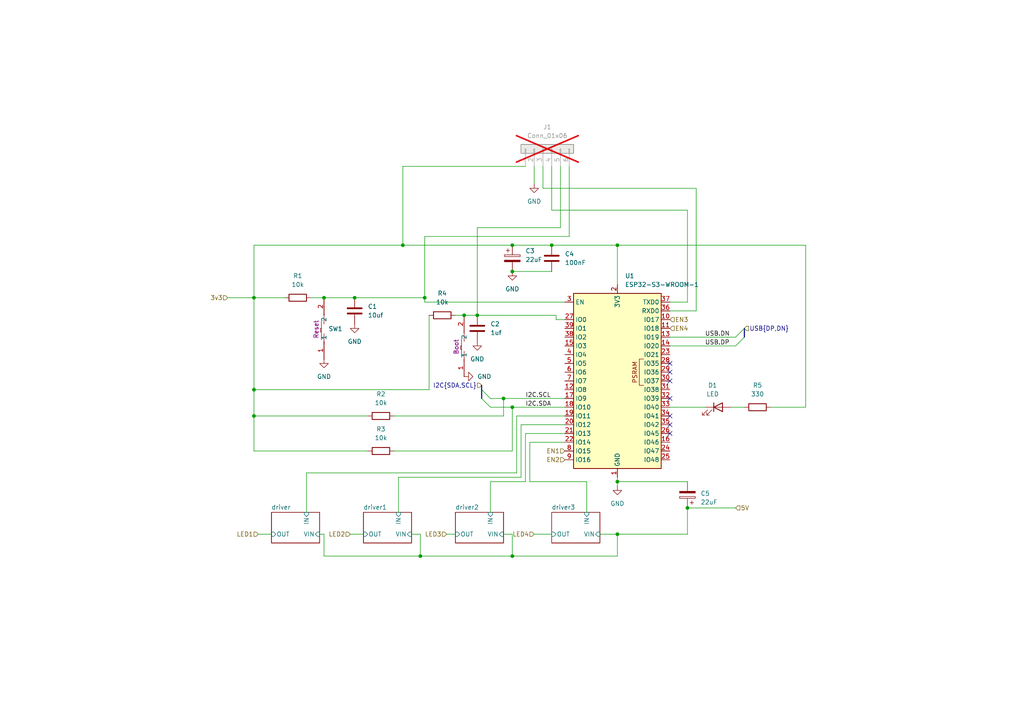
<source format=kicad_sch>
(kicad_sch (version 20250114) (generator "eeschema") (generator_version "9.0")
  (paper "A4")
  (lib_symbols
    (symbol "B3U-1000P_1"
      (property "Reference" "SW" (at -0.508 5.08 0))
      (property "Label" "Button" (at -0.254 2.286 0))
      (symbol "B3U-1000P_1_0_1"
        (polyline (pts (xy -4.57 0) (xy -1.52 0)))
        (polyline (pts (xy -3.3 0.76) (xy 2.03 0.76)))
        (polyline (pts (xy -1.02 0.76) (xy -1.02 1.02) (xy 0 1.02) (xy 0 0.76)))
        (polyline (pts (xy 1.27 0) (xy 4.32 0)))
        (pin unspecified line (at -8.89 0 0) (length 5.08) (name "1") (number "1"))
        (pin unspecified line (at 8.89 0 180) (length 5.08) (name "2") (number "2"))
      )
    )
    (symbol "Connector_Generic:Conn_01x06" (pin_names (offset 1.016) (hide yes))
      (property "Reference" "J" (at 0 7.62 0))
      (property "Value" "Conn_01x06" (at 0 -10.16 0))
      (symbol "Conn_01x06_1_1"
        (rectangle (start -1.27 6.35) (end 1.27 -8.89) (stroke (width 0.254)) (fill (type background)))
        (rectangle (start -1.27 5.207) (end 0 4.953) (stroke (width 0.1524)))
        (rectangle (start -1.27 2.667) (end 0 2.413) (stroke (width 0.1524)))
        (rectangle (start -1.27 0.127) (end 0 -0.127) (stroke (width 0.1524)))
        (rectangle (start -1.27 -2.413) (end 0 -2.667) (stroke (width 0.1524)))
        (rectangle (start -1.27 -4.953) (end 0 -5.207) (stroke (width 0.1524)))
        (rectangle (start -1.27 -7.493) (end 0 -7.747) (stroke (width 0.1524)))
        (pin passive line (at -5.08 5.08 0) (length 3.81) (name "Pin_1") (number "1"))
        (pin passive line (at -5.08 2.54 0) (length 3.81) (name "Pin_2") (number "2"))
        (pin passive line (at -5.08 0 0) (length 3.81) (name "Pin_3") (number "3"))
        (pin passive line (at -5.08 -2.54 0) (length 3.81) (name "Pin_4") (number "4"))
        (pin passive line (at -5.08 -5.08 0) (length 3.81) (name "Pin_5") (number "5"))
        (pin passive line (at -5.08 -7.62 0) (length 3.81) (name "Pin_6") (number "6"))
      )
    )
    (symbol "Device:C" (pin_numbers (hide yes)) (pin_names (offset 0.254))
      (property "Reference" "C" (at 0.635 2.54 0))
      (property "Value" "C" (at 0.635 -2.54 0))
      (symbol "C_0_1"
        (polyline (pts (xy -2.032 0.762) (xy 2.032 0.762)) (stroke (width 0.508)))
        (polyline (pts (xy -2.032 -0.762) (xy 2.032 -0.762)) (stroke (width 0.508)))
      )
      (symbol "C_1_1"
        (pin passive line (at 0 3.81 270) (length 2.794) (name "~") (number "1"))
        (pin passive line (at 0 -3.81 90) (length 2.794) (name "~") (number "2"))
      )
    )
    (symbol "Device:C_Polarized" (pin_numbers (hide yes)) (pin_names (offset 0.254))
      (property "Reference" "C" (at 0.635 2.54 0))
      (property "Value" "C_Polarized" (at 0.635 -2.54 0))
      (symbol "C_Polarized_0_1"
        (rectangle (start -2.286 0.508) (end 2.286 1.016))
        (polyline (pts (xy -1.778 2.286) (xy -0.762 2.286)))
        (polyline (pts (xy -1.27 2.794) (xy -1.27 1.778)))
        (rectangle (start 2.286 -0.508) (end -2.286 -1.016) (fill (type outline)))
      )
      (symbol "C_Polarized_1_1"
        (pin passive line (at 0 3.81 270) (length 2.794) (name "~") (number "1"))
        (pin passive line (at 0 -3.81 90) (length 2.794) (name "~") (number "2"))
      )
    )
    (symbol "Device:LED" (pin_numbers (hide yes)) (pin_names (offset 1.016) (hide yes))
      (property "Reference" "D" (at 0 2.54 0))
      (property "Value" "LED" (at 0 -2.54 0))
      (symbol "LED_0_1"
        (polyline (pts (xy -3.048 -0.762) (xy -4.572 -2.286) (xy -3.81 -2.286) (xy -4.572 -2.286) (xy -4.572 -1.524)))
        (polyline (pts (xy -1.778 -0.762) (xy -3.302 -2.286) (xy -2.54 -2.286) (xy -3.302 -2.286) (xy -3.302 -1.524)))
        (polyline (pts (xy -1.27 0) (xy 1.27 0)))
        (polyline (pts (xy -1.27 -1.27) (xy -1.27 1.27)) (stroke (width 0.254)))
        (polyline (pts (xy 1.27 -1.27) (xy 1.27 1.27) (xy -1.27 0) (xy 1.27 -1.27)) (stroke (width 0.254)))
      )
      (symbol "LED_1_1"
        (pin passive line (at -3.81 0 0) (length 2.54) (name "K") (number "1"))
        (pin passive line (at 3.81 0 180) (length 2.54) (name "A") (number "2"))
      )
    )
    (symbol "Device:R" (pin_numbers (hide yes)) (pin_names (offset 0))
      (property "Reference" "R" (at 2.032 0 90))
      (property "Value" "R" (at 0 0 90))
      (symbol "R_0_1"
        (rectangle (start -1.016 -2.54) (end 1.016 2.54) (stroke (width 0.254)))
      )
      (symbol "R_1_1"
        (pin passive line (at 0 3.81 270) (length 1.27) (name "~") (number "1"))
        (pin passive line (at 0 -3.81 90) (length 1.27) (name "~") (number "2"))
      )
    )
    (symbol "RF_Module:ESP32-S3-WROOM-1"
      (property "Reference" "U" (at -12.7 26.67 0))
      (property "Value" "ESP32-S3-WROOM-1" (at 12.7 26.67 0))
      (symbol "ESP32-S3-WROOM-1_0_0"
        (rectangle (start -12.7 25.4) (end 12.7 -25.4) (stroke (width 0.254)) (fill (type background)))
        (text "PSRAM" (at 5.08 2.54 900) (effects (font (size 1.27 1.27))))
      )
      (symbol "ESP32-S3-WROOM-1_0_1"
        (polyline (pts (xy 7.62 -1.27) (xy 6.35 -1.27) (xy 6.35 6.35) (xy 7.62 6.35)))
      )
      (symbol "ESP32-S3-WROOM-1_1_1"
        (pin input line (at -15.24 22.86 0) (length 2.54) (name "EN") (number "3"))
        (pin bidirectional line (at -15.24 17.78 0) (length 2.54) (name "IO0") (number "27"))
        (pin bidirectional line (at -15.24 15.24 0) (length 2.54) (name "IO1") (number "39"))
        (pin bidirectional line (at -15.24 12.7 0) (length 2.54) (name "IO2") (number "38"))
        (pin bidirectional line (at -15.24 10.16 0) (length 2.54) (name "IO3") (number "15"))
        (pin bidirectional line (at -15.24 7.62 0) (length 2.54) (name "IO4") (number "4"))
        (pin bidirectional line (at -15.24 5.08 0) (length 2.54) (name "IO5") (number "5"))
        (pin bidirectional line (at -15.24 2.54 0) (length 2.54) (name "IO6") (number "6"))
        (pin bidirectional line (at -15.24 0 0) (length 2.54) (name "IO7") (number "7"))
        (pin bidirectional line (at -15.24 -2.54 0) (length 2.54) (name "IO8") (number "12"))
        (pin bidirectional line (at -15.24 -5.08 0) (length 2.54) (name "IO9") (number "17"))
        (pin bidirectional line (at -15.24 -7.62 0) (length 2.54) (name "IO10") (number "18"))
        (pin bidirectional line (at -15.24 -10.16 0) (length 2.54) (name "IO11") (number "19"))
        (pin bidirectional line (at -15.24 -12.7 0) (length 2.54) (name "IO12") (number "20"))
        (pin bidirectional line (at -15.24 -15.24 0) (length 2.54) (name "IO13") (number "21"))
        (pin bidirectional line (at -15.24 -17.78 0) (length 2.54) (name "IO14") (number "22"))
        (pin bidirectional line (at -15.24 -20.32 0) (length 2.54) (name "IO15") (number "8"))
        (pin bidirectional line (at -15.24 -22.86 0) (length 2.54) (name "IO16") (number "9"))
        (pin power_in line (at 0 27.94 270) (length 2.54) (name "3V3") (number "2"))
        (pin power_in line (at 0 -27.94 90) (length 2.54) (name "GND") (number "1"))
        (pin passive line (at 0 -27.94 90) (length 2.54) (hide yes) (name "GND") (number "40"))
        (pin passive line (at 0 -27.94 90) (length 2.54) (hide yes) (name "GND") (number "41"))
        (pin bidirectional line (at 15.24 22.86 180) (length 2.54) (name "TXD0") (number "37"))
        (pin bidirectional line (at 15.24 20.32 180) (length 2.54) (name "RXD0") (number "36"))
        (pin bidirectional line (at 15.24 17.78 180) (length 2.54) (name "IO17") (number "10"))
        (pin bidirectional line (at 15.24 15.24 180) (length 2.54) (name "IO18") (number "11"))
        (pin bidirectional line (at 15.24 12.7 180) (length 2.54) (name "IO19") (number "13"))
        (pin bidirectional line (at 15.24 10.16 180) (length 2.54) (name "IO20") (number "14"))
        (pin bidirectional line (at 15.24 7.62 180) (length 2.54) (name "IO21") (number "23"))
        (pin bidirectional line (at 15.24 5.08 180) (length 2.54) (name "IO35") (number "28"))
        (pin bidirectional line (at 15.24 2.54 180) (length 2.54) (name "IO36") (number "29"))
        (pin bidirectional line (at 15.24 0 180) (length 2.54) (name "IO37") (number "30"))
        (pin bidirectional line (at 15.24 -2.54 180) (length 2.54) (name "IO38") (number "31"))
        (pin bidirectional line (at 15.24 -5.08 180) (length 2.54) (name "IO39") (number "32"))
        (pin bidirectional line (at 15.24 -7.62 180) (length 2.54) (name "IO40") (number "33"))
        (pin bidirectional line (at 15.24 -10.16 180) (length 2.54) (name "IO41") (number "34"))
        (pin bidirectional line (at 15.24 -12.7 180) (length 2.54) (name "IO42") (number "35"))
        (pin bidirectional line (at 15.24 -15.24 180) (length 2.54) (name "IO45") (number "26"))
        (pin bidirectional line (at 15.24 -17.78 180) (length 2.54) (name "IO46") (number "16"))
        (pin bidirectional line (at 15.24 -20.32 180) (length 2.54) (name "IO47") (number "24"))
        (pin bidirectional line (at 15.24 -22.86 180) (length 2.54) (name "IO48") (number "25"))
      )
    )
    (symbol "easyeda2kicad:B3U-1000P"
      (property "Reference" "SW" (at -0.508 5.08 0))
      (property "Label" "Button" (at -0.254 2.286 0))
      (symbol "B3U-1000P_0_1"
        (polyline (pts (xy -4.57 0) (xy -1.52 0)))
        (polyline (pts (xy -3.3 0.76) (xy 2.03 0.76)))
        (polyline (pts (xy -1.02 0.76) (xy -1.02 1.02) (xy 0 1.02) (xy 0 0.76)))
        (polyline (pts (xy 1.27 0) (xy 4.32 0)))
        (pin unspecified line (at -8.89 0 0) (length 5.08) (name "1") (number "1"))
        (pin unspecified line (at 8.89 0 180) (length 5.08) (name "2") (number "2"))
      )
    )
    (symbol "power:GND" (power) (pin_numbers (hide yes)) (pin_names (offset 0) (hide yes))
      (property "Value" "GND" (at 0 -3.81 0))
      (symbol "GND_0_1"
        (polyline (pts (xy 0 0) (xy 0 -1.27) (xy 1.27 -1.27) (xy 0 -2.54) (xy -1.27 -1.27) (xy 0 -1.27)))
      )
      (symbol "GND_1_1"
        (pin power_in line (at 0 0 270) (length 0) (name "~") (number "1"))
      )
    )
  )
  (junction (at 148.59 161.29))
  (junction (at 179.07 139.7))
  (junction (at 148.59 78.74))
  (junction (at 148.59 71.12))
  (junction (at 73.66 86.36))
  (junction (at 121.92 161.29))
  (junction (at 102.87 86.36))
  (junction (at 199.39 147.32))
  (junction (at 160.02 71.12))
  (junction (at 116.84 71.12))
  (junction (at 123.19 86.36))
  (junction (at 138.43 91.44))
  (junction (at 179.07 71.12))
  (junction (at 179.07 154.94))
  (junction (at 148.59 118.11))
  (junction (at 73.66 120.65))
  (junction (at 73.66 113.03))
  (junction (at 134.62 91.44))
  (junction (at 146.05 115.57))
  (junction (at 93.98 86.36))
  (no_connect (at 194.31 107.95))
  (no_connect (at 194.31 125.73))
  (no_connect (at 194.31 120.65))
  (no_connect (at 194.31 115.57))
  (no_connect (at 194.31 123.19))
  (no_connect (at 194.31 110.49))
  (no_connect (at 194.31 105.41))
  (bus_entry (at 215.9 97.79) (size -2.54 2.54))
  (bus_entry (at 139.7 115.57) (size 2.54 2.54))
  (bus_entry (at 215.9 95.25) (size -2.54 2.54))
  (bus_entry (at 139.7 113.03) (size 2.54 2.54))
  (wire (pts (xy 179.07 154.94) (xy 173.99 154.94)))
  (wire (pts (xy 179.07 71.12) (xy 179.07 82.55)))
  (wire (pts (xy 162.56 48.26) (xy 162.56 66.04)))
  (wire (pts (xy 212.09 118.11) (xy 215.9 118.11)))
  (wire (pts (xy 93.98 86.36) (xy 102.87 86.36)))
  (wire (pts (xy 160.02 48.26) (xy 160.02 60.96)))
  (wire (pts (xy 114.3 120.65) (xy 146.05 120.65)))
  (wire (pts (xy 162.56 66.04) (xy 138.43 66.04)))
  (wire (pts (xy 148.59 78.74) (xy 160.02 78.74)))
  (wire (pts (xy 199.39 147.32) (xy 199.39 154.94)))
  (wire (pts (xy 115.57 138.43) (xy 115.57 148.59)))
  (wire (pts (xy 148.59 154.94) (xy 148.59 161.29)))
  (wire (pts (xy 165.1 68.58) (xy 123.19 68.58)))
  (wire (pts (xy 149.86 137.16) (xy 88.9 137.16)))
  (wire (pts (xy 199.39 139.7) (xy 179.07 139.7)))
  (wire (pts (xy 161.29 92.71) (xy 161.29 91.44)))
  (wire (pts (xy 154.94 48.26) (xy 154.94 53.34)))
  (wire (pts (xy 116.84 48.26) (xy 116.84 71.12)))
  (wire (pts (xy 157.48 48.26) (xy 157.48 54.61)))
  (wire (pts (xy 73.66 113.03) (xy 73.66 86.36)))
  (wire (pts (xy 153.67 128.27) (xy 153.67 139.7)))
  (wire (pts (xy 142.24 118.11) (xy 148.59 118.11)))
  (wire (pts (xy 160.02 60.96) (xy 199.39 60.96)))
  (wire (pts (xy 73.66 130.81) (xy 73.66 120.65)))
  (wire (pts (xy 73.66 86.36) (xy 82.55 86.36)))
  (wire (pts (xy 121.92 161.29) (xy 148.59 161.29)))
  (wire (pts (xy 102.87 86.36) (xy 123.19 86.36)))
  (wire (pts (xy 154.94 154.94) (xy 160.02 154.94)))
  (wire (pts (xy 132.08 91.44) (xy 134.62 91.44)))
  (wire (pts (xy 106.68 130.81) (xy 73.66 130.81)))
  (wire (pts (xy 163.83 120.65) (xy 149.86 120.65)))
  (wire (pts (xy 157.48 54.61) (xy 201.93 54.61)))
  (wire (pts (xy 194.31 97.79) (xy 213.36 97.79)))
  (wire (pts (xy 163.83 123.19) (xy 151.13 123.19)))
  (wire (pts (xy 123.19 87.63) (xy 163.83 87.63)))
  (wire (pts (xy 213.36 147.32) (xy 199.39 147.32)))
  (wire (pts (xy 123.19 68.58) (xy 123.19 86.36)))
  (wire (pts (xy 74.93 154.94) (xy 78.74 154.94)))
  (wire (pts (xy 124.46 91.44) (xy 124.46 113.03)))
  (wire (pts (xy 116.84 71.12) (xy 148.59 71.12)))
  (wire (pts (xy 88.9 137.16) (xy 88.9 148.59)))
  (wire (pts (xy 233.68 71.12) (xy 179.07 71.12)))
  (wire (pts (xy 148.59 118.11) (xy 148.59 130.81)))
  (wire (pts (xy 142.24 139.7) (xy 142.24 148.59)))
  (wire (pts (xy 66.04 86.36) (xy 73.66 86.36)))
  (wire (pts (xy 199.39 87.63) (xy 194.31 87.63)))
  (wire (pts (xy 93.98 154.94) (xy 93.98 161.29)))
  (wire (pts (xy 146.05 115.57) (xy 163.83 115.57)))
  (wire (pts (xy 121.92 154.94) (xy 121.92 161.29)))
  (wire (pts (xy 73.66 71.12) (xy 116.84 71.12)))
  (wire (pts (xy 148.59 118.11) (xy 163.83 118.11)))
  (wire (pts (xy 146.05 115.57) (xy 146.05 120.65)))
  (wire (pts (xy 163.83 125.73) (xy 152.4 125.73)))
  (wire (pts (xy 101.6 154.94) (xy 105.41 154.94)))
  (wire (pts (xy 134.62 91.44) (xy 138.43 91.44)))
  (wire (pts (xy 163.83 128.27) (xy 153.67 128.27)))
  (wire (pts (xy 106.68 120.65) (xy 73.66 120.65)))
  (wire (pts (xy 93.98 161.29) (xy 121.92 161.29)))
  (wire (pts (xy 152.4 139.7) (xy 142.24 139.7)))
  (wire (pts (xy 194.31 118.11) (xy 204.47 118.11)))
  (wire (pts (xy 179.07 139.7) (xy 179.07 140.97)))
  (wire (pts (xy 73.66 71.12) (xy 73.66 86.36)))
  (wire (pts (xy 114.3 130.81) (xy 148.59 130.81)))
  (wire (pts (xy 151.13 138.43) (xy 115.57 138.43)))
  (wire (pts (xy 179.07 161.29) (xy 179.07 154.94)))
  (wire (pts (xy 161.29 92.71) (xy 163.83 92.71)))
  (wire (pts (xy 129.54 154.94) (xy 132.08 154.94)))
  (wire (pts (xy 160.02 71.12) (xy 179.07 71.12)))
  (wire (pts (xy 233.68 118.11) (xy 233.68 71.12)))
  (wire (pts (xy 165.1 48.26) (xy 165.1 68.58)))
  (wire (pts (xy 201.93 90.17) (xy 194.31 90.17)))
  (wire (pts (xy 152.4 125.73) (xy 152.4 139.7)))
  (wire (pts (xy 223.52 118.11) (xy 233.68 118.11)))
  (wire (pts (xy 151.13 123.19) (xy 151.13 138.43)))
  (wire (pts (xy 73.66 120.65) (xy 73.66 113.03)))
  (wire (pts (xy 146.05 154.94) (xy 148.59 154.94)))
  (wire (pts (xy 148.59 161.29) (xy 179.07 161.29)))
  (wire (pts (xy 124.46 113.03) (xy 73.66 113.03)))
  (wire (pts (xy 161.29 91.44) (xy 138.43 91.44)))
  (wire (pts (xy 92.71 154.94) (xy 93.98 154.94)))
  (wire (pts (xy 123.19 87.63) (xy 123.19 86.36)))
  (wire (pts (xy 179.07 138.43) (xy 179.07 139.7)))
  (bus (pts (xy 215.9 95.25) (xy 215.9 97.79)))
  (wire (pts (xy 142.24 115.57) (xy 146.05 115.57)))
  (bus (pts (xy 139.7 111.76) (xy 139.7 113.03)))
  (wire (pts (xy 199.39 154.94) (xy 179.07 154.94)))
  (wire (pts (xy 194.31 100.33) (xy 213.36 100.33)))
  (wire (pts (xy 199.39 60.96) (xy 199.39 87.63)))
  (wire (pts (xy 153.67 139.7) (xy 170.18 139.7)))
  (wire (pts (xy 119.38 154.94) (xy 121.92 154.94)))
  (wire (pts (xy 138.43 66.04) (xy 138.43 91.44)))
  (wire (pts (xy 90.17 86.36) (xy 93.98 86.36)))
  (wire (pts (xy 152.4 48.26) (xy 116.84 48.26)))
  (bus (pts (xy 139.7 113.03) (xy 139.7 115.57)))
  (wire (pts (xy 170.18 139.7) (xy 170.18 148.59)))
  (wire (pts (xy 201.93 54.61) (xy 201.93 90.17)))
  (wire (pts (xy 149.86 120.65) (xy 149.86 137.16)))
  (wire (pts (xy 148.59 71.12) (xy 160.02 71.12)))
  (label "USB.DP" (at 204.47 100.33 0))
  (label "I2C.SDA" (at 152.4 118.11 0))
  (label "USB.DN" (at 204.47 97.79 0))
  (label "I2C.SCL" (at 152.4 115.57 0))
  (hierarchical_label "LED3" (shape input) (at 129.54 154.94 180))
  (hierarchical_label "LED2" (shape input) (at 101.6 154.94 180))
  (hierarchical_label "LED4" (shape input) (at 154.94 154.94 180))
  (hierarchical_label "EN1" (shape input) (at 163.83 130.81 180))
  (hierarchical_label "LED1" (shape input) (at 74.93 154.94 180))
  (hierarchical_label "I2C{SDA,SCL}" (shape input) (at 139.7 111.76 180))
  (hierarchical_label "5V" (shape input) (at 213.36 147.32 0))
  (hierarchical_label "3v3" (shape input) (at 66.04 86.36 180))
  (hierarchical_label "USB{DP,DN}" (shape input) (at 215.9 95.25 0))
  (hierarchical_label "EN4" (shape input) (at 194.31 95.25 0))
  (hierarchical_label "EN3" (shape input) (at 194.31 92.71 0))
  (hierarchical_label "EN2" (shape input) (at 163.83 133.35 180))
  (symbol (lib_id "easyeda2kicad:B3U-1000P") (at 134.62 100.33 90) (unit 1)
    (property "Reference" "SW2" (effects (hide yes)))
    (property "Value" "KEY-SMD_B3U-1000PM" (effects (hide yes)))
    (property "Footprint" "easyeda2kicad:KEY-SMD_B3U-1000PM" (effects (hide yes)))
    (property "Datasheet" "https://lcsc.com/product-detail/Others_Omron-Electronics_B3U-1000P_Omron-Electronics-B3U-1000P_C231329.html" (effects (hide yes)))
    (property "Description" "Boot" (effects (hide yes)))
    (property "LCSC Part" "C231329" (effects (hide yes)))
    (property "Label" "Boot" (at 132.334 100.584 0))
  )
  (symbol (lib_id "Device:R") (at 110.49 120.65 90) (unit 1)
    (property "Reference" "R2" (at 110.49 114.3 90))
    (property "Value" "10k" (at 110.49 116.84 90))
    (property "Footprint" "Resistor_SMD:R_0603_1608Metric" (effects (hide yes)))
    (property "Description" "Resistor" (effects (hide yes)))
  )
  (symbol (lib_id "power:GND") (at 179.07 140.97 0) (unit 1)
    (property "Reference" "#PWR011" (effects (hide yes)))
    (property "Value" "GND" (at 179.07 146.05 0))
    (property "Description" "Power symbol creates a global label with name \"GND\" , ground" (effects (hide yes)))
  )
  (symbol (lib_id "power:GND") (at 93.98 104.14 0) (unit 1)
    (property "Reference" "#PWR05" (effects (hide yes)))
    (property "Value" "GND" (at 93.98 109.22 0))
    (property "Description" "Power symbol creates a global label with name \"GND\" , ground" (effects (hide yes)))
  )
  (symbol (lib_id "power:GND") (at 138.43 99.06 0) (unit 1)
    (property "Reference" "#PWR08" (effects (hide yes)))
    (property "Value" "GND" (at 138.43 104.14 0))
    (property "Description" "Power symbol creates a global label with name \"GND\" , ground" (effects (hide yes)))
  )
  (symbol (lib_id "Device:C") (at 160.02 74.93 0) (unit 1)
    (property "Reference" "C4" (at 163.83 73.6599 0) (effects (justify left)))
    (property "Value" "100nF" (at 163.83 76.1999 0) (effects (justify left)))
    (property "Footprint" "Capacitor_SMD:C_0603_1608Metric" (effects (hide yes)))
    (property "Description" "Unpolarized capacitor" (effects (hide yes)))
  )
  (symbol (lib_id "power:GND") (at 134.62 109.22 90) (unit 1)
    (property "Reference" "#PWR07" (effects (hide yes)))
    (property "Value" "GND" (at 138.43 109.2199 90) (effects (justify right)))
    (property "Description" "Power symbol creates a global label with name \"GND\" , ground" (effects (hide yes)))
  )
  (symbol (lib_id "power:GND") (at 154.94 53.34 0) (unit 1)
    (property "Reference" "#PWR010" (effects (hide yes)))
    (property "Value" "GND" (at 154.94 58.42 0))
    (property "Description" "Power symbol creates a global label with name \"GND\" , ground" (effects (hide yes)))
  )
  (symbol (lib_id "Device:R") (at 110.49 130.81 90) (unit 1)
    (property "Reference" "R3" (at 110.49 124.46 90))
    (property "Value" "10k" (at 110.49 127 90))
    (property "Footprint" "Resistor_SMD:R_0603_1608Metric" (effects (hide yes)))
    (property "Description" "Resistor" (effects (hide yes)))
  )
  (symbol (lib_id "power:GND") (at 102.87 93.98 0) (unit 1)
    (property "Reference" "#PWR06" (effects (hide yes)))
    (property "Value" "GND" (at 102.87 99.06 0))
    (property "Description" "Power symbol creates a global label with name \"GND\" , ground" (effects (hide yes)))
  )
  (symbol (lib_id "RF_Module:ESP32-S3-WROOM-1") (at 179.07 110.49 0) (unit 1)
    (property "Reference" "U1" (at 181.2641 80.01 0) (effects (justify left)))
    (property "Value" "ESP32-S3-WROOM-1" (at 181.2641 82.55 0) (effects (justify left)))
    (property "Footprint" "RF_Module:ESP32-S3-WROOM-1" (effects (hide yes)))
    (property "Datasheet" "https://www.espressif.com/sites/default/files/documentation/esp32-s3-wroom-1_wroom-1u_datasheet_en.pdf" (effects (hide yes)))
    (property "Description" "RF Module, ESP32-S3 SoC, Wi-Fi 802.11b/g/n, Bluetooth, BLE, 32-bit, 3.3V, onboard antenna, SMD" (effects (hide yes)))
  )
  (symbol (lib_id "power:GND") (at 148.59 78.74 0) (unit 1)
    (property "Reference" "#PWR09" (effects (hide yes)))
    (property "Value" "GND" (at 148.59 83.82 0))
    (property "Description" "Power symbol creates a global label with name \"GND\" , ground" (effects (hide yes)))
  )
  (symbol (lib_id "Device:LED") (at 208.28 118.11 0) (unit 1)
    (property "Reference" "D1" (at 206.6925 111.76 0))
    (property "Value" "LED" (at 206.6925 114.3 0))
    (property "Footprint" "LED_SMD:LED_0603_1608Metric" (effects (hide yes)))
    (property "Description" "Light emitting diode" (effects (hide yes)))
    (property "Sim.Pins" "1=K 2=A" (effects (hide yes)))
    (property "LCSC Part" "C2290" (effects (hide yes)))
  )
  (symbol (lib_id "Device:R") (at 219.71 118.11 90) (unit 1)
    (property "Reference" "R5" (at 219.71 111.76 90))
    (property "Value" "330" (at 219.71 114.3 90))
    (property "Footprint" "Resistor_SMD:R_0603_1608Metric" (effects (hide yes)))
    (property "Description" "Resistor" (effects (hide yes)))
  )
  (symbol (lib_id "Device:C") (at 138.43 95.25 0) (unit 1)
    (property "Reference" "C2" (at 142.24 93.9799 0) (effects (justify left)))
    (property "Value" "1uf" (at 142.24 96.5199 0) (effects (justify left)))
    (property "Footprint" "Capacitor_SMD:C_0603_1608Metric" (effects (hide yes)))
    (property "Description" "Unpolarized capacitor" (effects (hide yes)))
  )
  (symbol (lib_id "Device:C_Polarized") (at 199.39 143.51 180) (unit 1)
    (property "Reference" "C5" (at 203.2 143.1289 0) (effects (justify right)))
    (property "Value" "22uF" (at 203.2 145.6689 0) (effects (justify right)))
    (property "Footprint" "Capacitor_SMD:C_Elec_5x5.8" (effects (hide yes)))
    (property "Description" "Polarized capacitor" (effects (hide yes)))
    (property "LCSC Part" "C336246" (effects (hide yes)))
  )
  (symbol (lib_id "Device:C") (at 102.87 90.17 0) (unit 1)
    (property "Reference" "C1" (at 106.68 88.8999 0) (effects (justify left)))
    (property "Value" "10uf" (at 106.68 91.4399 0) (effects (justify left)))
    (property "Footprint" "Capacitor_SMD:C_0603_1608Metric" (effects (hide yes)))
    (property "Description" "Unpolarized capacitor" (effects (hide yes)))
  )
  (symbol (lib_id "Device:R") (at 86.36 86.36 90) (unit 1)
    (property "Reference" "R1" (at 86.36 80.01 90))
    (property "Value" "10k" (at 86.36 82.55 90))
    (property "Footprint" "Resistor_SMD:R_0603_1608Metric" (effects (hide yes)))
    (property "Description" "Resistor" (effects (hide yes)))
  )
  (symbol (lib_id "Connector_Generic:Conn_01x06") (at 157.48 43.18 90) (unit 1) (in_bom no) (dnp yes)
    (property "Reference" "J1" (at 158.75 36.83 90))
    (property "Value" "Conn_01x06" (at 158.75 39.37 90))
    (property "Footprint" "Connector_PinHeader_2.54mm:PinHeader_1x06_P2.54mm_Vertical" (effects (hide yes)))
    (property "Description" "Generic connector, single row, 01x06, script generated (kicad-library-utils/schlib/autogen/connector/)" (effects (hide yes)))
  )
  (symbol (lib_name "B3U-1000P_1") (lib_id "easyeda2kicad:B3U-1000P") (at 93.98 95.25 90) (unit 1)
    (property "Reference" "SW1" (at 95.25 95.3749 90) (effects (justify right)))
    (property "Value" "KEY-SMD_B3U-1000PM" (effects (hide yes)))
    (property "Footprint" "easyeda2kicad:KEY-SMD_B3U-1000PM" (effects (hide yes)))
    (property "Datasheet" "https://lcsc.com/product-detail/Others_Omron-Electronics_B3U-1000P_Omron-Electronics-B3U-1000P_C231329.html" (effects (hide yes)))
    (property "Description" "Reset" (effects (hide yes)))
    (property "LCSC Part" "C231329" (effects (hide yes)))
    (property "Field6" "Reset" (effects (hide yes)))
    (property "Label" "Reset" (at 91.694 95.504 0))
  )
  (symbol (lib_id "Device:R") (at 128.27 91.44 90) (unit 1)
    (property "Reference" "R4" (at 128.27 85.09 90))
    (property "Value" "10k" (at 128.27 87.63 90))
    (property "Footprint" "Resistor_SMD:R_0603_1608Metric" (effects (hide yes)))
    (property "Description" "Resistor" (effects (hide yes)))
  )
  (symbol (lib_id "Device:C_Polarized") (at 148.59 74.93 0) (unit 1)
    (property "Reference" "C3" (at 152.4 72.7709 0) (effects (justify left)))
    (property "Value" "22uF" (at 152.4 75.3109 0) (effects (justify left)))
    (property "Footprint" "Capacitor_SMD:C_Elec_5x5.8" (effects (hide yes)))
    (property "Description" "Polarized capacitor" (effects (hide yes)))
    (property "LCSC Part" "C336246" (effects (hide yes)))
  )
  (sheet (at 160.02 148.59) (size 13.97 8.89) (stroke (width 0.1524))
    (property "Sheetname" "driver3" (at 160.02 147.8784 0) (effects (justify left bottom)))
    (property "Sheetfile" "driver.kicad_sch" (effects (hide yes)))
    (pin "IN" input (at 170.18 148.59 90))
    (pin "OUT" input (at 160.02 154.94 180))
    (pin "VIN" input (at 173.99 154.94 0))
  )
  (sheet (at 105.41 148.59) (size 13.97 8.89) (stroke (width 0.1524))
    (property "Sheetname" "driver1" (at 105.41 147.8784 0) (effects (justify left bottom)))
    (property "Sheetfile" "driver.kicad_sch" (effects (hide yes)))
    (pin "IN" input (at 115.57 148.59 90))
    (pin "OUT" input (at 105.41 154.94 180))
    (pin "VIN" input (at 119.38 154.94 0))
  )
  (sheet (at 132.08 148.59) (size 13.97 8.89) (stroke (width 0.1524))
    (property "Sheetname" "driver2" (at 132.08 147.8784 0) (effects (justify left bottom)))
    (property "Sheetfile" "driver.kicad_sch" (effects (hide yes)))
    (pin "IN" input (at 142.24 148.59 90))
    (pin "OUT" input (at 132.08 154.94 180))
    (pin "VIN" input (at 146.05 154.94 0))
  )
  (sheet (at 78.74 148.59) (size 13.97 8.89) (stroke (width 0.1524))
    (property "Sheetname" "driver" (at 78.74 147.8784 0) (effects (justify left bottom)))
    (property "Sheetfile" "driver.kicad_sch" (effects (hide yes)))
    (pin "IN" input (at 88.9 148.59 90))
    (pin "OUT" input (at 78.74 154.94 180))
    (pin "VIN" input (at 92.71 154.94 0))
  )
)
</source>
